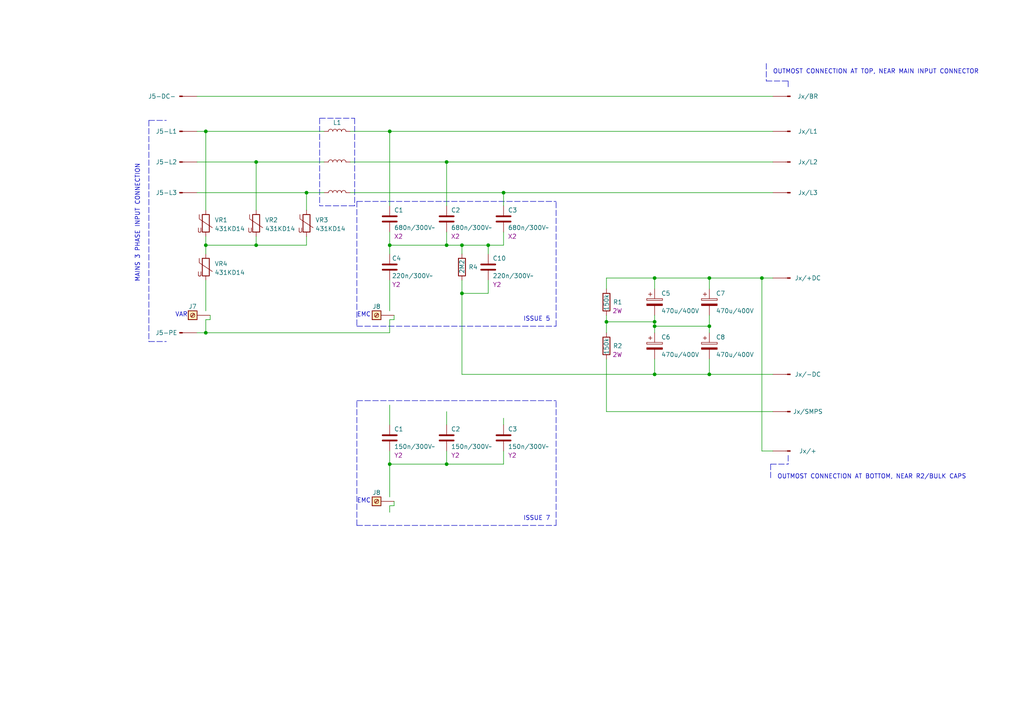
<source format=kicad_sch>
(kicad_sch (version 20211123) (generator eeschema)

  (uuid 279041df-5701-40f8-b43b-c55f9f224924)

  (paper "A4")

  (title_block
    (title "E2/P2 S2 3-ph FILTER")
    (date "2024-08-07")
    (rev "ISSUE 5 & 7")
    (company "Reverse engineered, copyright Invertek Drives.com")
    (comment 1 "Line input filter and DC bulk capacitors.")
  )

  (lib_symbols
    (symbol "Connector:Conn_01x01_Male" (pin_numbers hide) (pin_names (offset 1.016) hide) (in_bom yes) (on_board yes)
      (property "Reference" "J" (id 0) (at 0 2.54 0)
        (effects (font (size 1.27 1.27)))
      )
      (property "Value" "Conn_01x01_Male" (id 1) (at 0 -2.54 0)
        (effects (font (size 1.27 1.27)))
      )
      (property "Footprint" "" (id 2) (at 0 0 0)
        (effects (font (size 1.27 1.27)) hide)
      )
      (property "Datasheet" "~" (id 3) (at 0 0 0)
        (effects (font (size 1.27 1.27)) hide)
      )
      (property "ki_keywords" "connector" (id 4) (at 0 0 0)
        (effects (font (size 1.27 1.27)) hide)
      )
      (property "ki_description" "Generic connector, single row, 01x01, script generated (kicad-library-utils/schlib/autogen/connector/)" (id 5) (at 0 0 0)
        (effects (font (size 1.27 1.27)) hide)
      )
      (property "ki_fp_filters" "Connector*:*" (id 6) (at 0 0 0)
        (effects (font (size 1.27 1.27)) hide)
      )
      (symbol "Conn_01x01_Male_1_1"
        (polyline
          (pts
            (xy 1.27 0)
            (xy 0.8636 0)
          )
          (stroke (width 0.1524) (type default) (color 0 0 0 0))
          (fill (type none))
        )
        (rectangle (start 0.8636 0.127) (end 0 -0.127)
          (stroke (width 0.1524) (type default) (color 0 0 0 0))
          (fill (type outline))
        )
        (pin passive line (at 5.08 0 180) (length 3.81)
          (name "Pin_1" (effects (font (size 1.27 1.27))))
          (number "1" (effects (font (size 1.27 1.27))))
        )
      )
    )
    (symbol "Connector:Screw_Terminal_01x01" (pin_numbers hide) (pin_names (offset 1.016) hide) (in_bom yes) (on_board yes)
      (property "Reference" "J" (id 0) (at 0 2.54 0)
        (effects (font (size 1.27 1.27)))
      )
      (property "Value" "Screw_Terminal_01x01" (id 1) (at 0 -2.54 0)
        (effects (font (size 1.27 1.27)))
      )
      (property "Footprint" "" (id 2) (at 0 0 0)
        (effects (font (size 1.27 1.27)) hide)
      )
      (property "Datasheet" "~" (id 3) (at 0 0 0)
        (effects (font (size 1.27 1.27)) hide)
      )
      (property "ki_keywords" "screw terminal" (id 4) (at 0 0 0)
        (effects (font (size 1.27 1.27)) hide)
      )
      (property "ki_description" "Generic screw terminal, single row, 01x01, script generated (kicad-library-utils/schlib/autogen/connector/)" (id 5) (at 0 0 0)
        (effects (font (size 1.27 1.27)) hide)
      )
      (property "ki_fp_filters" "TerminalBlock*:*" (id 6) (at 0 0 0)
        (effects (font (size 1.27 1.27)) hide)
      )
      (symbol "Screw_Terminal_01x01_1_1"
        (rectangle (start -1.27 1.27) (end 1.27 -1.27)
          (stroke (width 0.254) (type default) (color 0 0 0 0))
          (fill (type background))
        )
        (polyline
          (pts
            (xy -0.5334 0.3302)
            (xy 0.3302 -0.508)
          )
          (stroke (width 0.1524) (type default) (color 0 0 0 0))
          (fill (type none))
        )
        (polyline
          (pts
            (xy -0.3556 0.508)
            (xy 0.508 -0.3302)
          )
          (stroke (width 0.1524) (type default) (color 0 0 0 0))
          (fill (type none))
        )
        (circle (center 0 0) (radius 0.635)
          (stroke (width 0.1524) (type default) (color 0 0 0 0))
          (fill (type none))
        )
        (pin passive line (at -5.08 0 0) (length 3.81)
          (name "Pin_1" (effects (font (size 1.27 1.27))))
          (number "1" (effects (font (size 1.27 1.27))))
        )
      )
    )
    (symbol "Device:C" (pin_numbers hide) (pin_names (offset 0.254)) (in_bom yes) (on_board yes)
      (property "Reference" "C" (id 0) (at 0.635 2.54 0)
        (effects (font (size 1.27 1.27)) (justify left))
      )
      (property "Value" "C" (id 1) (at 0.635 -2.54 0)
        (effects (font (size 1.27 1.27)) (justify left))
      )
      (property "Footprint" "" (id 2) (at 0.9652 -3.81 0)
        (effects (font (size 1.27 1.27)) hide)
      )
      (property "Datasheet" "~" (id 3) (at 0 0 0)
        (effects (font (size 1.27 1.27)) hide)
      )
      (property "ki_keywords" "cap capacitor" (id 4) (at 0 0 0)
        (effects (font (size 1.27 1.27)) hide)
      )
      (property "ki_description" "Unpolarized capacitor" (id 5) (at 0 0 0)
        (effects (font (size 1.27 1.27)) hide)
      )
      (property "ki_fp_filters" "C_*" (id 6) (at 0 0 0)
        (effects (font (size 1.27 1.27)) hide)
      )
      (symbol "C_0_1"
        (polyline
          (pts
            (xy -2.032 -0.762)
            (xy 2.032 -0.762)
          )
          (stroke (width 0.508) (type default) (color 0 0 0 0))
          (fill (type none))
        )
        (polyline
          (pts
            (xy -2.032 0.762)
            (xy 2.032 0.762)
          )
          (stroke (width 0.508) (type default) (color 0 0 0 0))
          (fill (type none))
        )
      )
      (symbol "C_1_1"
        (pin passive line (at 0 3.81 270) (length 2.794)
          (name "~" (effects (font (size 1.27 1.27))))
          (number "1" (effects (font (size 1.27 1.27))))
        )
        (pin passive line (at 0 -3.81 90) (length 2.794)
          (name "~" (effects (font (size 1.27 1.27))))
          (number "2" (effects (font (size 1.27 1.27))))
        )
      )
    )
    (symbol "Device:C_Polarized" (pin_numbers hide) (pin_names (offset 0.254)) (in_bom yes) (on_board yes)
      (property "Reference" "C" (id 0) (at 0.635 2.54 0)
        (effects (font (size 1.27 1.27)) (justify left))
      )
      (property "Value" "C_Polarized" (id 1) (at 0.635 -2.54 0)
        (effects (font (size 1.27 1.27)) (justify left))
      )
      (property "Footprint" "" (id 2) (at 0.9652 -3.81 0)
        (effects (font (size 1.27 1.27)) hide)
      )
      (property "Datasheet" "~" (id 3) (at 0 0 0)
        (effects (font (size 1.27 1.27)) hide)
      )
      (property "ki_keywords" "cap capacitor" (id 4) (at 0 0 0)
        (effects (font (size 1.27 1.27)) hide)
      )
      (property "ki_description" "Polarized capacitor" (id 5) (at 0 0 0)
        (effects (font (size 1.27 1.27)) hide)
      )
      (property "ki_fp_filters" "CP_*" (id 6) (at 0 0 0)
        (effects (font (size 1.27 1.27)) hide)
      )
      (symbol "C_Polarized_0_1"
        (rectangle (start -2.286 0.508) (end 2.286 1.016)
          (stroke (width 0) (type default) (color 0 0 0 0))
          (fill (type none))
        )
        (polyline
          (pts
            (xy -1.778 2.286)
            (xy -0.762 2.286)
          )
          (stroke (width 0) (type default) (color 0 0 0 0))
          (fill (type none))
        )
        (polyline
          (pts
            (xy -1.27 2.794)
            (xy -1.27 1.778)
          )
          (stroke (width 0) (type default) (color 0 0 0 0))
          (fill (type none))
        )
        (rectangle (start 2.286 -0.508) (end -2.286 -1.016)
          (stroke (width 0) (type default) (color 0 0 0 0))
          (fill (type outline))
        )
      )
      (symbol "C_Polarized_1_1"
        (pin passive line (at 0 3.81 270) (length 2.794)
          (name "~" (effects (font (size 1.27 1.27))))
          (number "1" (effects (font (size 1.27 1.27))))
        )
        (pin passive line (at 0 -3.81 90) (length 2.794)
          (name "~" (effects (font (size 1.27 1.27))))
          (number "2" (effects (font (size 1.27 1.27))))
        )
      )
    )
    (symbol "Device:L" (pin_numbers hide) (pin_names (offset 1.016) hide) (in_bom yes) (on_board yes)
      (property "Reference" "L" (id 0) (at -1.27 0 90)
        (effects (font (size 1.27 1.27)))
      )
      (property "Value" "L" (id 1) (at 1.905 0 90)
        (effects (font (size 1.27 1.27)))
      )
      (property "Footprint" "" (id 2) (at 0 0 0)
        (effects (font (size 1.27 1.27)) hide)
      )
      (property "Datasheet" "~" (id 3) (at 0 0 0)
        (effects (font (size 1.27 1.27)) hide)
      )
      (property "ki_keywords" "inductor choke coil reactor magnetic" (id 4) (at 0 0 0)
        (effects (font (size 1.27 1.27)) hide)
      )
      (property "ki_description" "Inductor" (id 5) (at 0 0 0)
        (effects (font (size 1.27 1.27)) hide)
      )
      (property "ki_fp_filters" "Choke_* *Coil* Inductor_* L_*" (id 6) (at 0 0 0)
        (effects (font (size 1.27 1.27)) hide)
      )
      (symbol "L_0_1"
        (arc (start 0 -2.54) (mid 0.635 -1.905) (end 0 -1.27)
          (stroke (width 0) (type default) (color 0 0 0 0))
          (fill (type none))
        )
        (arc (start 0 -1.27) (mid 0.635 -0.635) (end 0 0)
          (stroke (width 0) (type default) (color 0 0 0 0))
          (fill (type none))
        )
        (arc (start 0 0) (mid 0.635 0.635) (end 0 1.27)
          (stroke (width 0) (type default) (color 0 0 0 0))
          (fill (type none))
        )
        (arc (start 0 1.27) (mid 0.635 1.905) (end 0 2.54)
          (stroke (width 0) (type default) (color 0 0 0 0))
          (fill (type none))
        )
      )
      (symbol "L_1_1"
        (pin passive line (at 0 3.81 270) (length 1.27)
          (name "1" (effects (font (size 1.27 1.27))))
          (number "1" (effects (font (size 1.27 1.27))))
        )
        (pin passive line (at 0 -3.81 90) (length 1.27)
          (name "2" (effects (font (size 1.27 1.27))))
          (number "2" (effects (font (size 1.27 1.27))))
        )
      )
    )
    (symbol "Device:R" (pin_numbers hide) (pin_names (offset 0)) (in_bom yes) (on_board yes)
      (property "Reference" "R" (id 0) (at 2.032 0 90)
        (effects (font (size 1.27 1.27)))
      )
      (property "Value" "R" (id 1) (at 0 0 90)
        (effects (font (size 1.27 1.27)))
      )
      (property "Footprint" "" (id 2) (at -1.778 0 90)
        (effects (font (size 1.27 1.27)) hide)
      )
      (property "Datasheet" "~" (id 3) (at 0 0 0)
        (effects (font (size 1.27 1.27)) hide)
      )
      (property "ki_keywords" "R res resistor" (id 4) (at 0 0 0)
        (effects (font (size 1.27 1.27)) hide)
      )
      (property "ki_description" "Resistor" (id 5) (at 0 0 0)
        (effects (font (size 1.27 1.27)) hide)
      )
      (property "ki_fp_filters" "R_*" (id 6) (at 0 0 0)
        (effects (font (size 1.27 1.27)) hide)
      )
      (symbol "R_0_1"
        (rectangle (start -1.016 -2.54) (end 1.016 2.54)
          (stroke (width 0.254) (type default) (color 0 0 0 0))
          (fill (type none))
        )
      )
      (symbol "R_1_1"
        (pin passive line (at 0 3.81 270) (length 1.27)
          (name "~" (effects (font (size 1.27 1.27))))
          (number "1" (effects (font (size 1.27 1.27))))
        )
        (pin passive line (at 0 -3.81 90) (length 1.27)
          (name "~" (effects (font (size 1.27 1.27))))
          (number "2" (effects (font (size 1.27 1.27))))
        )
      )
    )
    (symbol "Device:Varistor" (pin_numbers hide) (pin_names (offset 0)) (in_bom yes) (on_board yes)
      (property "Reference" "RV" (id 0) (at 3.175 0 90)
        (effects (font (size 1.27 1.27)))
      )
      (property "Value" "Varistor" (id 1) (at -3.175 0 90)
        (effects (font (size 1.27 1.27)))
      )
      (property "Footprint" "" (id 2) (at -1.778 0 90)
        (effects (font (size 1.27 1.27)) hide)
      )
      (property "Datasheet" "~" (id 3) (at 0 0 0)
        (effects (font (size 1.27 1.27)) hide)
      )
      (property "ki_keywords" "VDR resistance" (id 4) (at 0 0 0)
        (effects (font (size 1.27 1.27)) hide)
      )
      (property "ki_description" "Voltage dependent resistor" (id 5) (at 0 0 0)
        (effects (font (size 1.27 1.27)) hide)
      )
      (property "ki_fp_filters" "RV_* Varistor*" (id 6) (at 0 0 0)
        (effects (font (size 1.27 1.27)) hide)
      )
      (symbol "Varistor_0_0"
        (text "U" (at -1.778 -2.032 0)
          (effects (font (size 1.27 1.27)))
        )
      )
      (symbol "Varistor_0_1"
        (rectangle (start -1.016 -2.54) (end 1.016 2.54)
          (stroke (width 0.254) (type default) (color 0 0 0 0))
          (fill (type none))
        )
        (polyline
          (pts
            (xy -1.905 2.54)
            (xy -1.905 1.27)
            (xy 1.905 -1.27)
          )
          (stroke (width 0) (type default) (color 0 0 0 0))
          (fill (type none))
        )
      )
      (symbol "Varistor_1_1"
        (pin passive line (at 0 3.81 270) (length 1.27)
          (name "~" (effects (font (size 1.27 1.27))))
          (number "1" (effects (font (size 1.27 1.27))))
        )
        (pin passive line (at 0 -3.81 90) (length 1.27)
          (name "~" (effects (font (size 1.27 1.27))))
          (number "2" (effects (font (size 1.27 1.27))))
        )
      )
    )
  )

  (junction (at 205.74 94.615) (diameter 0) (color 0 0 0 0)
    (uuid 10986ba8-068a-4fe2-887a-b3eeb9fc7f34)
  )
  (junction (at 189.865 80.645) (diameter 0) (color 0 0 0 0)
    (uuid 13602750-4c71-4b87-bc0f-80c99c0d75d2)
  )
  (junction (at 74.295 71.12) (diameter 0) (color 0 0 0 0)
    (uuid 1bb6fdd2-3670-4045-beea-de0dde1c6ca7)
  )
  (junction (at 129.54 134.62) (diameter 0) (color 0 0 0 0)
    (uuid 1cf2fca6-efbf-44a9-9d34-9d4b7404d243)
  )
  (junction (at 205.74 80.645) (diameter 0) (color 0 0 0 0)
    (uuid 1ed6d269-92eb-4ff9-b77b-48d3bf28fba0)
  )
  (junction (at 146.05 55.88) (diameter 0) (color 0 0 0 0)
    (uuid 3511ce3d-3e62-4177-9805-b0302f49a1b0)
  )
  (junction (at 189.865 108.585) (diameter 0) (color 0 0 0 0)
    (uuid 3b45910d-ad8d-4877-ae84-d0a50f24d2d8)
  )
  (junction (at 133.985 71.12) (diameter 0) (color 0 0 0 0)
    (uuid 4af46c19-3750-4973-abcf-83abfa0c1f1b)
  )
  (junction (at 59.69 96.52) (diameter 0) (color 0 0 0 0)
    (uuid 526adbdc-849c-4286-afdf-1bbf486d67e3)
  )
  (junction (at 129.54 46.99) (diameter 0) (color 0 0 0 0)
    (uuid 5db8307e-f5b9-48f2-8c77-b402a871b99f)
  )
  (junction (at 220.98 80.645) (diameter 0) (color 0 0 0 0)
    (uuid 5e8501e2-ae4e-4086-a84f-e78ac73e8d84)
  )
  (junction (at 74.295 46.99) (diameter 0) (color 0 0 0 0)
    (uuid 75006909-a8b1-46db-8c3b-03aeffcd62c0)
  )
  (junction (at 113.03 71.12) (diameter 0) (color 0 0 0 0)
    (uuid 7f94fd7f-4336-4aa0-b4d1-65e1d8a88f2f)
  )
  (junction (at 88.9 55.88) (diameter 0) (color 0 0 0 0)
    (uuid 8789cb84-f524-43e0-b138-19f0e5afc0c1)
  )
  (junction (at 205.74 108.585) (diameter 0) (color 0 0 0 0)
    (uuid 8ff1db15-8afe-4b31-bf82-56c6b1c78ab2)
  )
  (junction (at 141.605 71.12) (diameter 0) (color 0 0 0 0)
    (uuid 963d22dc-51b1-4f4a-a831-367c5637e0ad)
  )
  (junction (at 113.03 38.1) (diameter 0) (color 0 0 0 0)
    (uuid ad294c59-f1d5-4c8e-af24-c4ab90f41731)
  )
  (junction (at 189.865 93.345) (diameter 0) (color 0 0 0 0)
    (uuid bd3c5de1-f7ef-4c9d-8c0e-d8c3b38bd76d)
  )
  (junction (at 189.865 94.615) (diameter 0) (color 0 0 0 0)
    (uuid bfd2d2bd-2ca2-4da3-b7bd-5e442242c9a3)
  )
  (junction (at 129.54 71.12) (diameter 0) (color 0 0 0 0)
    (uuid d25c8ca4-197e-4fc1-9f0f-2cdf0b6eda7a)
  )
  (junction (at 59.69 38.1) (diameter 0) (color 0 0 0 0)
    (uuid d34652e7-2eed-4283-afcb-cf36d5081200)
  )
  (junction (at 113.03 134.62) (diameter 0) (color 0 0 0 0)
    (uuid dc949de3-af19-4d8a-afd8-3d744e0b5800)
  )
  (junction (at 133.985 85.09) (diameter 0) (color 0 0 0 0)
    (uuid e5d78f13-617a-48bb-8d27-30a229ad0481)
  )
  (junction (at 59.69 71.12) (diameter 0) (color 0 0 0 0)
    (uuid f423da51-4715-4c99-ad06-0230a143586f)
  )
  (junction (at 175.895 93.345) (diameter 0) (color 0 0 0 0)
    (uuid ff63dcfa-4734-4dfb-8ae6-62bda1937cbf)
  )

  (wire (pts (xy 189.865 91.44) (xy 189.865 93.345))
    (stroke (width 0) (type default) (color 0 0 0 0))
    (uuid 0048aa37-9c74-4e0b-877c-290a87b57ddf)
  )
  (polyline (pts (xy 43.18 99.06) (xy 48.26 99.06))
    (stroke (width 0) (type default) (color 0 0 0 0))
    (uuid 02ac687f-6ece-4ec3-8705-3188fa90cfb0)
  )
  (polyline (pts (xy 103.505 58.42) (xy 161.29 58.42))
    (stroke (width 0) (type default) (color 0 0 0 0))
    (uuid 035387b5-5728-4177-a442-6ba998e9bb81)
  )

  (wire (pts (xy 113.03 38.1) (xy 224.155 38.1))
    (stroke (width 0) (type default) (color 0 0 0 0))
    (uuid 063b7489-4098-4987-af8a-fe46ae7d5e1f)
  )
  (wire (pts (xy 113.03 92.71) (xy 113.03 96.52))
    (stroke (width 0) (type default) (color 0 0 0 0))
    (uuid 0680cef8-496e-48da-a8be-acda2a0fc9eb)
  )
  (wire (pts (xy 88.9 55.88) (xy 93.98 55.88))
    (stroke (width 0) (type default) (color 0 0 0 0))
    (uuid 07c301ac-fad7-4cfc-b364-9b4d72f01728)
  )
  (polyline (pts (xy 161.29 152.4) (xy 161.29 116.205))
    (stroke (width 0) (type default) (color 0 0 0 0))
    (uuid 088e9d79-a6e6-4152-8e3d-af3fa69aace3)
  )

  (wire (pts (xy 113.03 117.475) (xy 113.03 123.19))
    (stroke (width 0) (type default) (color 0 0 0 0))
    (uuid 08e7e9f2-3daf-4ae0-b2bc-06d6cdf51ae4)
  )
  (wire (pts (xy 113.03 146.685) (xy 113.03 148.59))
    (stroke (width 0) (type default) (color 0 0 0 0))
    (uuid 0902e1b0-b01f-4780-91d1-8fcc8375fa41)
  )
  (wire (pts (xy 141.605 81.28) (xy 141.605 85.09))
    (stroke (width 0) (type default) (color 0 0 0 0))
    (uuid 096015da-4586-4972-be12-dfbd319db3fe)
  )
  (wire (pts (xy 57.15 38.1) (xy 59.69 38.1))
    (stroke (width 0) (type default) (color 0 0 0 0))
    (uuid 097aed7f-15cd-4bc6-a697-f0499ea9ca60)
  )
  (polyline (pts (xy 161.29 94.615) (xy 161.29 58.42))
    (stroke (width 0) (type default) (color 0 0 0 0))
    (uuid 09f4bc45-d6dd-4ab3-9ac3-f361876bff58)
  )

  (wire (pts (xy 88.9 71.12) (xy 88.9 68.58))
    (stroke (width 0) (type default) (color 0 0 0 0))
    (uuid 0bcdd0d0-0dfc-45c6-954d-9c24a91c4990)
  )
  (wire (pts (xy 205.74 104.14) (xy 205.74 108.585))
    (stroke (width 0) (type default) (color 0 0 0 0))
    (uuid 0ce16757-d836-4d56-9884-13c9b5594f9c)
  )
  (polyline (pts (xy 103.505 152.4) (xy 103.505 116.205))
    (stroke (width 0) (type default) (color 0 0 0 0))
    (uuid 173d05a3-a086-4602-9d39-2d02c3fa2136)
  )
  (polyline (pts (xy 223.52 134.62) (xy 228.6 134.62))
    (stroke (width 0) (type default) (color 0 0 0 0))
    (uuid 18238b8e-9790-4f3f-96cf-ea1452ba4299)
  )
  (polyline (pts (xy 103.505 58.42) (xy 103.505 94.615))
    (stroke (width 0) (type default) (color 0 0 0 0))
    (uuid 1845acc5-40f1-4d2e-91fb-02a2a738b915)
  )

  (wire (pts (xy 74.295 46.99) (xy 93.98 46.99))
    (stroke (width 0) (type default) (color 0 0 0 0))
    (uuid 1a008e7e-428d-4ec9-bd97-47c5036c95f6)
  )
  (wire (pts (xy 189.865 93.345) (xy 189.865 94.615))
    (stroke (width 0) (type default) (color 0 0 0 0))
    (uuid 1bb97ab1-6806-40c2-be49-170ac899fc59)
  )
  (wire (pts (xy 114.3 146.685) (xy 114.3 145.415))
    (stroke (width 0) (type default) (color 0 0 0 0))
    (uuid 1e2ed28a-9b36-47fd-b14e-a6efacff6577)
  )
  (wire (pts (xy 224.155 130.81) (xy 220.98 130.81))
    (stroke (width 0) (type default) (color 0 0 0 0))
    (uuid 1f2178de-7b2d-433c-b7e9-08b355bcdd32)
  )
  (wire (pts (xy 146.05 55.88) (xy 224.155 55.88))
    (stroke (width 0) (type default) (color 0 0 0 0))
    (uuid 1f340f32-2b87-4454-8c0d-06dbb25d7150)
  )
  (wire (pts (xy 205.74 94.615) (xy 189.865 94.615))
    (stroke (width 0) (type default) (color 0 0 0 0))
    (uuid 3103f801-d8b7-419a-9a28-c52277a103c5)
  )
  (polyline (pts (xy 223.52 134.62) (xy 223.52 139.065))
    (stroke (width 0) (type default) (color 0 0 0 0))
    (uuid 3e4e1a56-65a9-401d-a4ba-1bf0dd6bd5f1)
  )

  (wire (pts (xy 57.15 96.52) (xy 59.69 96.52))
    (stroke (width 0) (type default) (color 0 0 0 0))
    (uuid 3f9b00ce-4fe3-4f2c-838b-64af7bb5be38)
  )
  (polyline (pts (xy 228.6 132.08) (xy 228.6 134.62))
    (stroke (width 0) (type default) (color 0 0 0 0))
    (uuid 435dd40c-4dee-4cbb-a482-cb6fff6359d8)
  )

  (wire (pts (xy 129.54 134.62) (xy 146.05 134.62))
    (stroke (width 0) (type default) (color 0 0 0 0))
    (uuid 44a77118-b04a-47d2-865f-8ba5aa19cac1)
  )
  (wire (pts (xy 189.865 108.585) (xy 205.74 108.585))
    (stroke (width 0) (type default) (color 0 0 0 0))
    (uuid 4a746dfd-a188-485d-a204-7cf60c69d555)
  )
  (wire (pts (xy 101.6 46.99) (xy 129.54 46.99))
    (stroke (width 0) (type default) (color 0 0 0 0))
    (uuid 4a946758-200e-483e-b224-5f86ef9aa110)
  )
  (wire (pts (xy 220.98 80.645) (xy 205.74 80.645))
    (stroke (width 0) (type default) (color 0 0 0 0))
    (uuid 4dd2ddc8-2d2a-416e-ad67-08729d82ce88)
  )
  (wire (pts (xy 175.895 80.645) (xy 175.895 83.82))
    (stroke (width 0) (type default) (color 0 0 0 0))
    (uuid 50e7344c-f700-4ee3-8dc5-41db4d8a869d)
  )
  (wire (pts (xy 205.74 80.645) (xy 189.865 80.645))
    (stroke (width 0) (type default) (color 0 0 0 0))
    (uuid 56434099-676b-4905-b88a-278a726cad1c)
  )
  (wire (pts (xy 141.605 71.12) (xy 146.05 71.12))
    (stroke (width 0) (type default) (color 0 0 0 0))
    (uuid 57724c24-5137-4609-987e-a5503be684dd)
  )
  (wire (pts (xy 129.54 119.38) (xy 129.54 123.19))
    (stroke (width 0) (type default) (color 0 0 0 0))
    (uuid 589305fb-0ac1-4a34-9fd6-3164e1df10af)
  )
  (wire (pts (xy 74.295 60.96) (xy 74.295 46.99))
    (stroke (width 0) (type default) (color 0 0 0 0))
    (uuid 5afd4c6b-ea6b-45db-921a-999fbf8a2455)
  )
  (wire (pts (xy 59.69 71.12) (xy 59.69 73.66))
    (stroke (width 0) (type default) (color 0 0 0 0))
    (uuid 5c157e9c-78ed-4c32-b466-2f1cc8fe4f77)
  )
  (wire (pts (xy 189.865 108.585) (xy 133.985 108.585))
    (stroke (width 0) (type default) (color 0 0 0 0))
    (uuid 5c4abc95-26bd-4f34-98f2-707b88639810)
  )
  (wire (pts (xy 175.895 119.38) (xy 224.155 119.38))
    (stroke (width 0) (type default) (color 0 0 0 0))
    (uuid 5f317de0-787d-4886-900c-edccfddaaaf8)
  )
  (wire (pts (xy 175.895 104.14) (xy 175.895 119.38))
    (stroke (width 0) (type default) (color 0 0 0 0))
    (uuid 63fcb773-8d36-474e-b393-75c583581c35)
  )
  (wire (pts (xy 88.9 55.88) (xy 88.9 60.96))
    (stroke (width 0) (type default) (color 0 0 0 0))
    (uuid 647f282e-74f2-4db6-b913-72dd9558be3b)
  )
  (wire (pts (xy 129.54 46.99) (xy 224.155 46.99))
    (stroke (width 0) (type default) (color 0 0 0 0))
    (uuid 6a4a2aef-6924-4172-b895-8d42c3031816)
  )
  (wire (pts (xy 113.03 130.81) (xy 113.03 134.62))
    (stroke (width 0) (type default) (color 0 0 0 0))
    (uuid 6b110b81-b977-4b67-aca9-b127d376274c)
  )
  (polyline (pts (xy 222.25 18.415) (xy 222.25 23.495))
    (stroke (width 0) (type default) (color 0 0 0 0))
    (uuid 6df7e137-76c7-4420-bba9-c8d385621950)
  )

  (wire (pts (xy 175.895 91.44) (xy 175.895 93.345))
    (stroke (width 0) (type default) (color 0 0 0 0))
    (uuid 6ee59427-16c4-48b8-a6fa-0f1a2b608b4d)
  )
  (wire (pts (xy 189.865 94.615) (xy 189.865 96.52))
    (stroke (width 0) (type default) (color 0 0 0 0))
    (uuid 74390724-e928-4329-8982-f8e803456e07)
  )
  (wire (pts (xy 113.03 134.62) (xy 129.54 134.62))
    (stroke (width 0) (type default) (color 0 0 0 0))
    (uuid 779cb601-cf45-4461-ba84-2bbe45484104)
  )
  (wire (pts (xy 133.985 81.28) (xy 133.985 85.09))
    (stroke (width 0) (type default) (color 0 0 0 0))
    (uuid 7ab94566-8ed9-438a-8b02-f46e9f44b3a7)
  )
  (wire (pts (xy 101.6 38.1) (xy 113.03 38.1))
    (stroke (width 0) (type default) (color 0 0 0 0))
    (uuid 7cb81b97-cc99-4b90-a82a-bdad7ff75222)
  )
  (wire (pts (xy 189.865 80.645) (xy 189.865 83.82))
    (stroke (width 0) (type default) (color 0 0 0 0))
    (uuid 7e5c89f4-a8fb-4c5f-973a-b44df92521d6)
  )
  (wire (pts (xy 113.03 67.31) (xy 113.03 71.12))
    (stroke (width 0) (type default) (color 0 0 0 0))
    (uuid 7eddc0f9-abf6-4fa7-8fb2-4a2edd5d1ed6)
  )
  (wire (pts (xy 59.69 38.1) (xy 59.69 60.96))
    (stroke (width 0) (type default) (color 0 0 0 0))
    (uuid 810c2775-6e01-45c1-94e5-23378b87ff87)
  )
  (wire (pts (xy 205.74 94.615) (xy 205.74 96.52))
    (stroke (width 0) (type default) (color 0 0 0 0))
    (uuid 81dc432c-5f88-4a5c-af9b-dfa3344ac53e)
  )
  (polyline (pts (xy 102.87 59.69) (xy 92.71 59.69))
    (stroke (width 0) (type default) (color 0 0 0 0))
    (uuid 81eb47e5-500f-4277-8b6b-1ad458441ffe)
  )
  (polyline (pts (xy 103.505 94.615) (xy 161.29 94.615))
    (stroke (width 0) (type default) (color 0 0 0 0))
    (uuid 830229cb-f08e-41be-b993-af25d23db86e)
  )

  (wire (pts (xy 175.895 93.345) (xy 189.865 93.345))
    (stroke (width 0) (type default) (color 0 0 0 0))
    (uuid 83c84479-a5b7-43c1-b59c-86713afe554c)
  )
  (wire (pts (xy 175.895 93.345) (xy 175.895 96.52))
    (stroke (width 0) (type default) (color 0 0 0 0))
    (uuid 8c35c13e-49a7-4b79-bf18-73db95b332b7)
  )
  (polyline (pts (xy 92.71 34.29) (xy 92.71 59.69))
    (stroke (width 0) (type default) (color 0 0 0 0))
    (uuid 8cbcfef8-80cd-45dd-9426-2f53f3d54706)
  )

  (wire (pts (xy 129.54 46.99) (xy 129.54 59.69))
    (stroke (width 0) (type default) (color 0 0 0 0))
    (uuid 8de89cfe-79c0-4edf-a549-1043834ecc29)
  )
  (polyline (pts (xy 228.6 23.495) (xy 228.6 25.4))
    (stroke (width 0) (type default) (color 0 0 0 0))
    (uuid 8e3f4a15-0b1e-417b-999a-da04b70aed36)
  )

  (wire (pts (xy 59.69 38.1) (xy 93.98 38.1))
    (stroke (width 0) (type default) (color 0 0 0 0))
    (uuid 9796ca6c-3a27-4581-b3ef-a9ae9c4e6067)
  )
  (wire (pts (xy 189.865 80.645) (xy 175.895 80.645))
    (stroke (width 0) (type default) (color 0 0 0 0))
    (uuid 9bcba9e6-03b5-425b-98a7-5c64fb870fe8)
  )
  (wire (pts (xy 129.54 71.12) (xy 133.985 71.12))
    (stroke (width 0) (type default) (color 0 0 0 0))
    (uuid 9d446e1a-0243-4b6f-9b39-f60bc0172f8a)
  )
  (wire (pts (xy 74.295 46.99) (xy 57.15 46.99))
    (stroke (width 0) (type default) (color 0 0 0 0))
    (uuid 9ea7ac0c-99a6-4994-8f47-cf32fb67befd)
  )
  (wire (pts (xy 189.865 104.14) (xy 189.865 108.585))
    (stroke (width 0) (type default) (color 0 0 0 0))
    (uuid a34e5e13-cdef-47c8-876c-79e0a520115c)
  )
  (wire (pts (xy 101.6 55.88) (xy 146.05 55.88))
    (stroke (width 0) (type default) (color 0 0 0 0))
    (uuid a6021812-9e1f-44b0-b46d-462cc7c2435b)
  )
  (wire (pts (xy 74.295 71.12) (xy 88.9 71.12))
    (stroke (width 0) (type default) (color 0 0 0 0))
    (uuid a66fa0c2-6112-4523-a6bc-41c5425101fb)
  )
  (wire (pts (xy 59.69 68.58) (xy 59.69 71.12))
    (stroke (width 0) (type default) (color 0 0 0 0))
    (uuid a68989b4-e61d-46e7-8dde-90ecb54a6c4c)
  )
  (wire (pts (xy 146.05 67.31) (xy 146.05 71.12))
    (stroke (width 0) (type default) (color 0 0 0 0))
    (uuid a87528a8-e111-4161-9d3a-08ba61b01c52)
  )
  (wire (pts (xy 113.03 81.28) (xy 113.03 90.17))
    (stroke (width 0) (type default) (color 0 0 0 0))
    (uuid abfee153-6564-4769-a472-2e05ec52f143)
  )
  (wire (pts (xy 113.03 71.12) (xy 129.54 71.12))
    (stroke (width 0) (type default) (color 0 0 0 0))
    (uuid ad80649a-6a8d-46d4-af5d-76e496cae970)
  )
  (wire (pts (xy 113.03 92.71) (xy 114.3 92.71))
    (stroke (width 0) (type default) (color 0 0 0 0))
    (uuid adcdb0c1-5c39-4ff5-ba75-3d81f5ae25fe)
  )
  (polyline (pts (xy 222.25 23.495) (xy 228.6 23.495))
    (stroke (width 0) (type default) (color 0 0 0 0))
    (uuid ae02e696-d4b0-47de-84ec-4eabb313aed9)
  )

  (wire (pts (xy 59.69 81.28) (xy 59.69 90.17))
    (stroke (width 0) (type default) (color 0 0 0 0))
    (uuid ae952e66-81e8-4d23-8e46-fc2859e855b7)
  )
  (wire (pts (xy 205.74 108.585) (xy 224.155 108.585))
    (stroke (width 0) (type default) (color 0 0 0 0))
    (uuid afbb263e-9c5b-4ced-a804-923098d58207)
  )
  (wire (pts (xy 205.74 80.645) (xy 205.74 83.82))
    (stroke (width 0) (type default) (color 0 0 0 0))
    (uuid b1099ab8-57eb-44db-b5d8-baa9981cdfff)
  )
  (wire (pts (xy 113.03 38.1) (xy 113.03 59.69))
    (stroke (width 0) (type default) (color 0 0 0 0))
    (uuid b265828c-3b41-4e60-b2be-277d3afbce6d)
  )
  (wire (pts (xy 57.15 55.88) (xy 88.9 55.88))
    (stroke (width 0) (type default) (color 0 0 0 0))
    (uuid b777e19d-b3e3-4884-b675-9513de8d179c)
  )
  (wire (pts (xy 113.03 134.62) (xy 113.03 144.145))
    (stroke (width 0) (type default) (color 0 0 0 0))
    (uuid b8e92514-de88-415e-8970-68ea404d2f52)
  )
  (wire (pts (xy 60.96 91.44) (xy 60.96 92.71))
    (stroke (width 0) (type default) (color 0 0 0 0))
    (uuid be0d0eed-4df7-495a-9644-3e707778dab2)
  )
  (wire (pts (xy 146.05 55.88) (xy 146.05 59.69))
    (stroke (width 0) (type default) (color 0 0 0 0))
    (uuid bf13e62b-56a0-4f9a-8429-77497ee8ecb4)
  )
  (wire (pts (xy 113.03 71.12) (xy 113.03 73.66))
    (stroke (width 0) (type default) (color 0 0 0 0))
    (uuid bfc0caa1-86a5-44ce-8396-e2eba2dfed7f)
  )
  (wire (pts (xy 113.03 146.685) (xy 114.3 146.685))
    (stroke (width 0) (type default) (color 0 0 0 0))
    (uuid c05c3d44-be33-45b1-b9ae-fd11acec08cb)
  )
  (wire (pts (xy 220.98 130.81) (xy 220.98 80.645))
    (stroke (width 0) (type default) (color 0 0 0 0))
    (uuid c38d021d-c4dd-46c9-81e3-166f0fe2c765)
  )
  (wire (pts (xy 224.155 80.645) (xy 220.98 80.645))
    (stroke (width 0) (type default) (color 0 0 0 0))
    (uuid d1255579-d8d5-4974-9f65-b0d6e4bf8f37)
  )
  (wire (pts (xy 129.54 67.31) (xy 129.54 71.12))
    (stroke (width 0) (type default) (color 0 0 0 0))
    (uuid d1bff4dd-89e6-4812-88ef-7c223f492022)
  )
  (wire (pts (xy 59.69 71.12) (xy 74.295 71.12))
    (stroke (width 0) (type default) (color 0 0 0 0))
    (uuid d3eaa5e7-5e94-4d4b-9ee6-69ede5ecc1f3)
  )
  (wire (pts (xy 133.985 85.09) (xy 133.985 108.585))
    (stroke (width 0) (type default) (color 0 0 0 0))
    (uuid d7f5ed70-e933-478e-bfdc-450d0e05c7a0)
  )
  (polyline (pts (xy 43.18 34.925) (xy 43.18 99.06))
    (stroke (width 0) (type default) (color 0 0 0 0))
    (uuid dcf9aa45-4a8b-4aa7-aa11-26fb27f4c4d0)
  )

  (wire (pts (xy 59.69 92.71) (xy 59.69 96.52))
    (stroke (width 0) (type default) (color 0 0 0 0))
    (uuid dd3dd9cb-4ef9-4bb0-831a-cc4572714f07)
  )
  (wire (pts (xy 59.69 96.52) (xy 113.03 96.52))
    (stroke (width 0) (type default) (color 0 0 0 0))
    (uuid e06ba991-fefd-4990-b63d-26bb4d233736)
  )
  (wire (pts (xy 146.05 130.81) (xy 146.05 134.62))
    (stroke (width 0) (type default) (color 0 0 0 0))
    (uuid e0bd42fd-c8e2-47ed-b2e4-c66e02e55e67)
  )
  (wire (pts (xy 146.05 121.285) (xy 146.05 123.19))
    (stroke (width 0) (type default) (color 0 0 0 0))
    (uuid e595cca4-199e-49c5-b6a4-505b28530a08)
  )
  (wire (pts (xy 205.74 91.44) (xy 205.74 94.615))
    (stroke (width 0) (type default) (color 0 0 0 0))
    (uuid e8031db7-e536-4031-83fb-53194349747b)
  )
  (polyline (pts (xy 102.87 34.29) (xy 102.87 59.69))
    (stroke (width 0) (type default) (color 0 0 0 0))
    (uuid eaf5629c-c2fb-4e0f-89d4-8c374ab49882)
  )
  (polyline (pts (xy 92.71 34.29) (xy 102.87 34.29))
    (stroke (width 0) (type default) (color 0 0 0 0))
    (uuid ed200978-f9c5-477e-b67f-9c54fbddc4af)
  )

  (wire (pts (xy 141.605 71.12) (xy 141.605 73.66))
    (stroke (width 0) (type default) (color 0 0 0 0))
    (uuid ede90abc-4f4e-41d4-b405-c51c99855ca0)
  )
  (polyline (pts (xy 103.505 152.4) (xy 161.29 152.4))
    (stroke (width 0) (type default) (color 0 0 0 0))
    (uuid ef0ee885-58f7-42ef-be1d-bb3fa1d7a467)
  )

  (wire (pts (xy 114.3 92.71) (xy 114.3 91.44))
    (stroke (width 0) (type default) (color 0 0 0 0))
    (uuid ef903e1e-2a8f-45b6-b2d0-171a45115561)
  )
  (wire (pts (xy 129.54 130.81) (xy 129.54 134.62))
    (stroke (width 0) (type default) (color 0 0 0 0))
    (uuid efc00ef9-f5a9-4bfd-b958-2dd5a1f4fbe5)
  )
  (wire (pts (xy 59.69 92.71) (xy 60.96 92.71))
    (stroke (width 0) (type default) (color 0 0 0 0))
    (uuid f2c45a51-8398-4690-a624-f1cdbfc112dd)
  )
  (wire (pts (xy 133.985 71.12) (xy 133.985 73.66))
    (stroke (width 0) (type default) (color 0 0 0 0))
    (uuid f4dfa997-96df-45d0-a4e9-d3d848b8897d)
  )
  (polyline (pts (xy 43.18 34.925) (xy 48.26 34.925))
    (stroke (width 0) (type default) (color 0 0 0 0))
    (uuid f5df029d-80f3-4c53-84af-5ec42330289a)
  )

  (wire (pts (xy 57.15 27.94) (xy 224.155 27.94))
    (stroke (width 0) (type default) (color 0 0 0 0))
    (uuid f6aefc4a-39fc-4d92-917d-960378896e07)
  )
  (polyline (pts (xy 103.505 116.205) (xy 161.29 116.205))
    (stroke (width 0) (type default) (color 0 0 0 0))
    (uuid f720210e-4782-4280-b30e-5140c97c1ae6)
  )

  (wire (pts (xy 133.985 71.12) (xy 141.605 71.12))
    (stroke (width 0) (type default) (color 0 0 0 0))
    (uuid f89509e8-197b-4c8d-938f-5a45fcddebc9)
  )
  (wire (pts (xy 133.985 85.09) (xy 141.605 85.09))
    (stroke (width 0) (type default) (color 0 0 0 0))
    (uuid fb0f5bbc-8b41-4e82-bac9-541e905bb4b7)
  )
  (wire (pts (xy 74.295 68.58) (xy 74.295 71.12))
    (stroke (width 0) (type default) (color 0 0 0 0))
    (uuid fb4f25ba-61b1-46a7-b078-eee22dfc008a)
  )

  (text "VAR" (at 50.8 92.075 0)
    (effects (font (size 1.27 1.27)) (justify left bottom))
    (uuid 1a6d8280-6e44-4c91-8855-2e71080d080e)
  )
  (text "EMC" (at 103.505 92.075 0)
    (effects (font (size 1.27 1.27)) (justify left bottom))
    (uuid 378067b9-bd6d-4259-b30a-f93faea2251f)
  )
  (text "EMC" (at 103.505 146.05 0)
    (effects (font (size 1.27 1.27)) (justify left bottom))
    (uuid 90c0e062-a5ce-4129-bd43-e7aeb416d273)
  )
  (text "ISSUE 7" (at 151.765 151.13 0)
    (effects (font (size 1.27 1.27)) (justify left bottom))
    (uuid a185ce83-6c66-4680-ab80-7b60c69692f4)
  )
  (text "OUTMOST CONNECTION AT BOTTOM, NEAR R2/BULK CAPS" (at 225.425 139.065 0)
    (effects (font (size 1.27 1.27)) (justify left bottom))
    (uuid b0850360-1f24-433b-bb91-4d470440703c)
  )
  (text "OUTMOST CONNECTION AT TOP, NEAR MAIN INPUT CONNECTOR"
    (at 224.155 21.59 0)
    (effects (font (size 1.27 1.27)) (justify left bottom))
    (uuid b42a8be2-5c37-4953-a565-5e241b4102be)
  )
  (text "MAINS 3 PHASE INPUT CONNECTION" (at 40.64 81.915 90)
    (effects (font (size 1.27 1.27)) (justify left bottom))
    (uuid bf99547e-0d19-4911-9684-587bbf439ecd)
  )
  (text "ISSUE 5" (at 151.765 93.345 0)
    (effects (font (size 1.27 1.27)) (justify left bottom))
    (uuid c771f420-6e05-4962-a252-504375384b26)
  )

  (symbol (lib_id "Device:L") (at 97.79 55.88 90) (unit 1)
    (in_bom yes) (on_board yes) (fields_autoplaced)
    (uuid 00a638d1-bfc5-4dcd-89df-2ce5adeca0c0)
    (property "Reference" "L?" (id 0) (at 97.79 49.53 90)
      (effects (font (size 1.27 1.27)) hide)
    )
    (property "Value" "L" (id 1) (at 97.79 52.07 90)
      (effects (font (size 1.27 1.27)) hide)
    )
    (property "Footprint" "" (id 2) (at 97.79 55.88 0)
      (effects (font (size 1.27 1.27)) hide)
    )
    (property "Datasheet" "~" (id 3) (at 97.79 55.88 0)
      (effects (font (size 1.27 1.27)) hide)
    )
    (pin "1" (uuid 783d9714-35d9-45b8-9faf-4f11669a87a5))
    (pin "2" (uuid f633f378-f7ab-47ca-850c-6fc04348b1d1))
  )

  (symbol (lib_id "Device:C_Polarized") (at 189.865 87.63 0) (unit 1)
    (in_bom yes) (on_board yes)
    (uuid 0c34d5e5-a87a-47ef-a70f-62f59d1ea358)
    (property "Reference" "C5" (id 0) (at 191.77 85.09 0)
      (effects (font (size 1.27 1.27)) (justify left))
    )
    (property "Value" "470u/400V" (id 1) (at 191.77 90.17 0)
      (effects (font (size 1.27 1.27)) (justify left))
    )
    (property "Footprint" "" (id 2) (at 190.8302 91.44 0)
      (effects (font (size 1.27 1.27)) hide)
    )
    (property "Datasheet" "~" (id 3) (at 189.865 87.63 0)
      (effects (font (size 1.27 1.27)) hide)
    )
    (pin "1" (uuid e55a93f3-87f6-4e4c-aa9e-739bdfa096b2))
    (pin "2" (uuid 61754712-c4b7-464c-a839-60b92a8c0468))
  )

  (symbol (lib_id "Device:C") (at 141.605 77.47 0) (unit 1)
    (in_bom yes) (on_board yes)
    (uuid 0c6c0998-d9b5-4346-af24-f25ec36eb7d2)
    (property "Reference" "C10" (id 0) (at 142.875 74.93 0)
      (effects (font (size 1.27 1.27)) (justify left))
    )
    (property "Value" "220n/300V~" (id 1) (at 142.875 80.01 0)
      (effects (font (size 1.27 1.27)) (justify left))
    )
    (property "Footprint" "" (id 2) (at 142.5702 81.28 0)
      (effects (font (size 1.27 1.27)) hide)
    )
    (property "Datasheet" "~" (id 3) (at 141.605 77.47 0)
      (effects (font (size 1.27 1.27)) hide)
    )
    (property "Type" "Y2" (id 4) (at 144.145 82.55 0))
    (pin "1" (uuid f68fb03f-8bb2-4a2d-8986-cd72e2f11d8b))
    (pin "2" (uuid 98094691-8288-42a5-bd55-a23499a3f287))
  )

  (symbol (lib_id "Connector:Conn_01x01_Male") (at 229.235 27.94 0) (mirror y) (unit 1)
    (in_bom yes) (on_board yes)
    (uuid 16e74686-51b9-4b5e-96b2-3bd287b6a996)
    (property "Reference" "Jx/BR" (id 0) (at 234.315 27.94 0))
    (property "Value" "Conn_01x01_Male" (id 1) (at 228.6 25.4 0)
      (effects (font (size 1.27 1.27)) hide)
    )
    (property "Footprint" "" (id 2) (at 229.235 27.94 0)
      (effects (font (size 1.27 1.27)) hide)
    )
    (property "Datasheet" "~" (id 3) (at 229.235 27.94 0)
      (effects (font (size 1.27 1.27)) hide)
    )
    (pin "1" (uuid 6abbcc24-2a12-41b7-89d7-ec1ae9388ea3))
  )

  (symbol (lib_id "Connector:Conn_01x01_Male") (at 52.07 55.88 0) (unit 1)
    (in_bom yes) (on_board yes)
    (uuid 174ee18b-d116-4fd5-8f4b-cacc76648b3a)
    (property "Reference" "J5-L3" (id 0) (at 48.26 55.88 0))
    (property "Value" "Conn_01x01_Male" (id 1) (at 52.705 53.34 0)
      (effects (font (size 1.27 1.27)) hide)
    )
    (property "Footprint" "" (id 2) (at 52.07 55.88 0)
      (effects (font (size 1.27 1.27)) hide)
    )
    (property "Datasheet" "~" (id 3) (at 52.07 55.88 0)
      (effects (font (size 1.27 1.27)) hide)
    )
    (pin "1" (uuid b232f8e6-5ef7-4b5f-ad90-fddea55b24e0))
  )

  (symbol (lib_id "Device:L") (at 97.79 38.1 90) (unit 1)
    (in_bom yes) (on_board yes)
    (uuid 19e6ede4-78c2-4c3b-8fa1-f05f91eeea7d)
    (property "Reference" "L1" (id 0) (at 97.79 35.56 90))
    (property "Value" "L" (id 1) (at 97.79 34.29 90)
      (effects (font (size 1.27 1.27)) hide)
    )
    (property "Footprint" "" (id 2) (at 97.79 38.1 0)
      (effects (font (size 1.27 1.27)) hide)
    )
    (property "Datasheet" "~" (id 3) (at 97.79 38.1 0)
      (effects (font (size 1.27 1.27)) hide)
    )
    (pin "1" (uuid 2cf720f4-696c-4b70-a447-57641a9db923))
    (pin "2" (uuid bc6f558f-3669-49d2-ba21-a83dff477ea5))
  )

  (symbol (lib_id "Connector:Conn_01x01_Male") (at 52.07 46.99 0) (unit 1)
    (in_bom yes) (on_board yes)
    (uuid 1a7e035e-e537-47b0-a6f4-52d66195f34e)
    (property "Reference" "J5-L2" (id 0) (at 48.26 46.99 0))
    (property "Value" "Conn_01x01_Male" (id 1) (at 52.705 44.45 0)
      (effects (font (size 1.27 1.27)) hide)
    )
    (property "Footprint" "" (id 2) (at 52.07 46.99 0)
      (effects (font (size 1.27 1.27)) hide)
    )
    (property "Datasheet" "~" (id 3) (at 52.07 46.99 0)
      (effects (font (size 1.27 1.27)) hide)
    )
    (pin "1" (uuid 667e58fd-638b-48d8-8590-5f335cf78584))
  )

  (symbol (lib_id "Device:C_Polarized") (at 205.74 100.33 0) (unit 1)
    (in_bom yes) (on_board yes)
    (uuid 2c10148e-617f-4911-8b74-eb97a0d0fb84)
    (property "Reference" "C8" (id 0) (at 207.645 97.79 0)
      (effects (font (size 1.27 1.27)) (justify left))
    )
    (property "Value" "470u/400V" (id 1) (at 207.645 102.87 0)
      (effects (font (size 1.27 1.27)) (justify left))
    )
    (property "Footprint" "" (id 2) (at 206.7052 104.14 0)
      (effects (font (size 1.27 1.27)) hide)
    )
    (property "Datasheet" "~" (id 3) (at 205.74 100.33 0)
      (effects (font (size 1.27 1.27)) hide)
    )
    (pin "1" (uuid a49830d2-b928-4de0-ae7d-7b509099b4de))
    (pin "2" (uuid 670dd8ed-ff0c-4090-91e8-99f9984970a9))
  )

  (symbol (lib_id "Connector:Conn_01x01_Male") (at 229.235 108.585 0) (mirror y) (unit 1)
    (in_bom yes) (on_board yes)
    (uuid 30d0d065-49b0-40e6-8862-794c5e66706b)
    (property "Reference" "Jx/-DC" (id 0) (at 234.315 108.585 0))
    (property "Value" "Conn_01x01_Male" (id 1) (at 228.6 106.045 0)
      (effects (font (size 1.27 1.27)) hide)
    )
    (property "Footprint" "" (id 2) (at 229.235 108.585 0)
      (effects (font (size 1.27 1.27)) hide)
    )
    (property "Datasheet" "~" (id 3) (at 229.235 108.585 0)
      (effects (font (size 1.27 1.27)) hide)
    )
    (pin "1" (uuid 7756dc8e-5ffd-4576-a8d5-cd0d684e1a5b))
  )

  (symbol (lib_id "Connector:Screw_Terminal_01x01") (at 55.88 91.44 0) (mirror y) (unit 1)
    (in_bom yes) (on_board yes)
    (uuid 51a28e20-2b70-4c78-90aa-fb1c66f78a9e)
    (property "Reference" "J7" (id 0) (at 55.88 88.9 0))
    (property "Value" "Screw_Terminal_01x01" (id 1) (at 55.88 87.63 0)
      (effects (font (size 1.27 1.27)) hide)
    )
    (property "Footprint" "" (id 2) (at 55.88 91.44 0)
      (effects (font (size 1.27 1.27)) hide)
    )
    (property "Datasheet" "~" (id 3) (at 55.88 91.44 0)
      (effects (font (size 1.27 1.27)) hide)
    )
    (pin "1" (uuid 56cf810f-4f30-4902-b6d0-d1251f00dff8))
  )

  (symbol (lib_id "Device:Varistor") (at 88.9 64.77 0) (unit 1)
    (in_bom yes) (on_board yes) (fields_autoplaced)
    (uuid 54ab4fad-a23a-4c9b-90de-15e0843171df)
    (property "Reference" "VR3" (id 0) (at 91.44 63.8127 0)
      (effects (font (size 1.27 1.27)) (justify left))
    )
    (property "Value" "431KD14" (id 1) (at 91.44 66.3527 0)
      (effects (font (size 1.27 1.27)) (justify left))
    )
    (property "Footprint" "" (id 2) (at 87.122 64.77 90)
      (effects (font (size 1.27 1.27)) hide)
    )
    (property "Datasheet" "~" (id 3) (at 88.9 64.77 0)
      (effects (font (size 1.27 1.27)) hide)
    )
    (pin "1" (uuid 08ea7032-1cdc-4321-96ba-c671c5da2846))
    (pin "2" (uuid 175b8960-a39b-4c41-b952-8f084856dccc))
  )

  (symbol (lib_id "Connector:Conn_01x01_Male") (at 229.235 119.38 0) (mirror y) (unit 1)
    (in_bom yes) (on_board yes)
    (uuid 616bc469-70b8-4f4f-b0c3-6d659e603220)
    (property "Reference" "Jx/SMPS" (id 0) (at 234.315 119.38 0))
    (property "Value" "Conn_01x01_Male" (id 1) (at 228.6 116.84 0)
      (effects (font (size 1.27 1.27)) hide)
    )
    (property "Footprint" "" (id 2) (at 229.235 119.38 0)
      (effects (font (size 1.27 1.27)) hide)
    )
    (property "Datasheet" "~" (id 3) (at 229.235 119.38 0)
      (effects (font (size 1.27 1.27)) hide)
    )
    (pin "1" (uuid 581ec3e2-da83-41a2-adec-58062aa45c4b))
  )

  (symbol (lib_id "Device:C_Polarized") (at 189.865 100.33 0) (unit 1)
    (in_bom yes) (on_board yes)
    (uuid 63347f4d-d05b-41bb-8bac-edc18e740fec)
    (property "Reference" "C6" (id 0) (at 191.77 97.79 0)
      (effects (font (size 1.27 1.27)) (justify left))
    )
    (property "Value" "470u/400V" (id 1) (at 191.77 102.87 0)
      (effects (font (size 1.27 1.27)) (justify left))
    )
    (property "Footprint" "" (id 2) (at 190.8302 104.14 0)
      (effects (font (size 1.27 1.27)) hide)
    )
    (property "Datasheet" "~" (id 3) (at 189.865 100.33 0)
      (effects (font (size 1.27 1.27)) hide)
    )
    (pin "1" (uuid 56885e53-899a-4eca-810d-3ebf8d5a21ac))
    (pin "2" (uuid 16adfc93-f62b-40cc-ab59-796fd9d95578))
  )

  (symbol (lib_id "Connector:Conn_01x01_Male") (at 229.235 55.88 0) (mirror y) (unit 1)
    (in_bom yes) (on_board yes)
    (uuid 6a56ab97-e1fa-4a5c-ba84-a41d88122150)
    (property "Reference" "Jx/L3" (id 0) (at 234.315 55.88 0))
    (property "Value" "Conn_01x01_Male" (id 1) (at 228.6 53.34 0)
      (effects (font (size 1.27 1.27)) hide)
    )
    (property "Footprint" "" (id 2) (at 229.235 55.88 0)
      (effects (font (size 1.27 1.27)) hide)
    )
    (property "Datasheet" "~" (id 3) (at 229.235 55.88 0)
      (effects (font (size 1.27 1.27)) hide)
    )
    (pin "1" (uuid 2caed723-377d-4b6e-b88c-d04e7bbd77d2))
  )

  (symbol (lib_id "Connector:Conn_01x01_Male") (at 52.07 38.1 0) (unit 1)
    (in_bom yes) (on_board yes)
    (uuid 6ebf6e9a-cf89-4e3a-8810-69a7d387c654)
    (property "Reference" "J5-L1" (id 0) (at 48.26 38.1 0))
    (property "Value" "Conn_01x01_Male" (id 1) (at 52.705 35.56 0)
      (effects (font (size 1.27 1.27)) hide)
    )
    (property "Footprint" "" (id 2) (at 52.07 38.1 0)
      (effects (font (size 1.27 1.27)) hide)
    )
    (property "Datasheet" "~" (id 3) (at 52.07 38.1 0)
      (effects (font (size 1.27 1.27)) hide)
    )
    (pin "1" (uuid c9eca091-1eea-443e-97ed-24518ab35e5f))
  )

  (symbol (lib_id "Device:Varistor") (at 59.69 77.47 0) (unit 1)
    (in_bom yes) (on_board yes) (fields_autoplaced)
    (uuid 895f57e7-9286-4422-a561-957496cb021a)
    (property "Reference" "VR4" (id 0) (at 62.23 76.5127 0)
      (effects (font (size 1.27 1.27)) (justify left))
    )
    (property "Value" "431KD14" (id 1) (at 62.23 79.0527 0)
      (effects (font (size 1.27 1.27)) (justify left))
    )
    (property "Footprint" "" (id 2) (at 57.912 77.47 90)
      (effects (font (size 1.27 1.27)) hide)
    )
    (property "Datasheet" "~" (id 3) (at 59.69 77.47 0)
      (effects (font (size 1.27 1.27)) hide)
    )
    (pin "1" (uuid 6e3b4830-8920-4b25-baa8-815ce5587b7d))
    (pin "2" (uuid 5cd1f827-e798-4500-99a2-2ab81270d6a0))
  )

  (symbol (lib_id "Device:C") (at 113.03 63.5 0) (unit 1)
    (in_bom yes) (on_board yes)
    (uuid 8b9ab6f0-1d0d-4a20-971a-b909b890079d)
    (property "Reference" "C1" (id 0) (at 114.3 60.96 0)
      (effects (font (size 1.27 1.27)) (justify left))
    )
    (property "Value" "680n/300V~" (id 1) (at 114.3 66.04 0)
      (effects (font (size 1.27 1.27)) (justify left))
    )
    (property "Footprint" "" (id 2) (at 113.9952 67.31 0)
      (effects (font (size 1.27 1.27)) hide)
    )
    (property "Datasheet" "~" (id 3) (at 113.03 63.5 0)
      (effects (font (size 1.27 1.27)) hide)
    )
    (property "Type" "X2" (id 4) (at 115.57 68.58 0))
    (pin "1" (uuid 14ae898e-76cf-4c88-972c-f38ecafb391c))
    (pin "2" (uuid d5d3e5aa-0ef8-4649-b8b0-1bf7cac96567))
  )

  (symbol (lib_id "Connector:Conn_01x01_Male") (at 229.235 38.1 0) (mirror y) (unit 1)
    (in_bom yes) (on_board yes)
    (uuid 916651b7-49a3-45a8-a64e-8c1b03d6d14a)
    (property "Reference" "Jx/L1" (id 0) (at 234.315 38.1 0))
    (property "Value" "Conn_01x01_Male" (id 1) (at 228.6 35.56 0)
      (effects (font (size 1.27 1.27)) hide)
    )
    (property "Footprint" "" (id 2) (at 229.235 38.1 0)
      (effects (font (size 1.27 1.27)) hide)
    )
    (property "Datasheet" "~" (id 3) (at 229.235 38.1 0)
      (effects (font (size 1.27 1.27)) hide)
    )
    (pin "1" (uuid 7cad1d49-8f6d-4453-b5ce-88705ac9c606))
  )

  (symbol (lib_id "Device:C") (at 113.03 127 0) (unit 1)
    (in_bom yes) (on_board yes)
    (uuid 9cf9a532-846c-4b95-adb8-bc324188b505)
    (property "Reference" "C1" (id 0) (at 114.3 124.46 0)
      (effects (font (size 1.27 1.27)) (justify left))
    )
    (property "Value" "150n/300V~" (id 1) (at 114.3 129.54 0)
      (effects (font (size 1.27 1.27)) (justify left))
    )
    (property "Footprint" "" (id 2) (at 113.9952 130.81 0)
      (effects (font (size 1.27 1.27)) hide)
    )
    (property "Datasheet" "~" (id 3) (at 113.03 127 0)
      (effects (font (size 1.27 1.27)) hide)
    )
    (property "Type" "Y2" (id 4) (at 115.57 132.08 0))
    (pin "1" (uuid 2d0257c1-ec4d-4614-9c87-6a323b500176))
    (pin "2" (uuid 270ed3b7-fa30-42ee-9351-4381a12a83b9))
  )

  (symbol (lib_id "Device:L") (at 97.79 46.99 90) (unit 1)
    (in_bom yes) (on_board yes) (fields_autoplaced)
    (uuid a637d1dd-0cff-48f9-96f5-0ddfa0b83074)
    (property "Reference" "L?" (id 0) (at 97.79 40.64 90)
      (effects (font (size 1.27 1.27)) hide)
    )
    (property "Value" "L" (id 1) (at 97.79 43.18 90)
      (effects (font (size 1.27 1.27)) hide)
    )
    (property "Footprint" "" (id 2) (at 97.79 46.99 0)
      (effects (font (size 1.27 1.27)) hide)
    )
    (property "Datasheet" "~" (id 3) (at 97.79 46.99 0)
      (effects (font (size 1.27 1.27)) hide)
    )
    (pin "1" (uuid d36372ad-7ff2-48fe-b98c-626930168fbb))
    (pin "2" (uuid e31de6b5-cb39-4a03-86a6-edc251e9d263))
  )

  (symbol (lib_id "Connector:Conn_01x01_Male") (at 229.235 130.81 0) (mirror y) (unit 1)
    (in_bom yes) (on_board yes)
    (uuid a6f5b0c6-0ac1-4fbb-b93e-818d9372b5f9)
    (property "Reference" "Jx/+" (id 0) (at 234.315 130.81 0))
    (property "Value" "Conn_01x01_Male" (id 1) (at 228.6 128.27 0)
      (effects (font (size 1.27 1.27)) hide)
    )
    (property "Footprint" "" (id 2) (at 229.235 130.81 0)
      (effects (font (size 1.27 1.27)) hide)
    )
    (property "Datasheet" "~" (id 3) (at 229.235 130.81 0)
      (effects (font (size 1.27 1.27)) hide)
    )
    (pin "1" (uuid 4d7c2ea7-405d-4bf8-b839-e0c6fb06439e))
  )

  (symbol (lib_id "Connector:Screw_Terminal_01x01") (at 109.22 145.415 0) (mirror y) (unit 1)
    (in_bom yes) (on_board yes)
    (uuid a998242f-c6c0-4729-bd52-b98cbf6a42d1)
    (property "Reference" "J8" (id 0) (at 109.22 142.875 0))
    (property "Value" "Screw_Terminal_01x01" (id 1) (at 109.22 141.605 0)
      (effects (font (size 1.27 1.27)) hide)
    )
    (property "Footprint" "" (id 2) (at 109.22 145.415 0)
      (effects (font (size 1.27 1.27)) hide)
    )
    (property "Datasheet" "~" (id 3) (at 109.22 145.415 0)
      (effects (font (size 1.27 1.27)) hide)
    )
    (pin "1" (uuid a0cd108d-09e2-4252-bea0-baa1202cf70a))
  )

  (symbol (lib_id "Device:R") (at 133.985 77.47 0) (unit 1)
    (in_bom yes) (on_board yes)
    (uuid aa65b72f-cb29-4d60-8121-4f89b3d4c87b)
    (property "Reference" "R4" (id 0) (at 135.89 77.47 0)
      (effects (font (size 1.27 1.27)) (justify left))
    )
    (property "Value" "2M2" (id 1) (at 133.985 79.375 90)
      (effects (font (size 1.27 1.27)) (justify left))
    )
    (property "Footprint" "" (id 2) (at 132.207 77.47 90)
      (effects (font (size 1.27 1.27)) hide)
    )
    (property "Datasheet" "~" (id 3) (at 133.985 77.47 0)
      (effects (font (size 1.27 1.27)) hide)
    )
    (pin "1" (uuid c957e7de-8b32-40f0-8592-795874314133))
    (pin "2" (uuid f7147dfc-9303-4215-82dd-0f6ca2c34552))
  )

  (symbol (lib_id "Device:C") (at 146.05 127 0) (unit 1)
    (in_bom yes) (on_board yes)
    (uuid b590c08b-9b1c-4e6e-8bf4-f3ab3988086d)
    (property "Reference" "C3" (id 0) (at 147.32 124.46 0)
      (effects (font (size 1.27 1.27)) (justify left))
    )
    (property "Value" "150n/300V~" (id 1) (at 147.32 129.54 0)
      (effects (font (size 1.27 1.27)) (justify left))
    )
    (property "Footprint" "" (id 2) (at 147.0152 130.81 0)
      (effects (font (size 1.27 1.27)) hide)
    )
    (property "Datasheet" "~" (id 3) (at 146.05 127 0)
      (effects (font (size 1.27 1.27)) hide)
    )
    (property "Type" "Y2" (id 4) (at 148.59 132.08 0))
    (pin "1" (uuid 3986d78d-47f9-4e46-968c-a08c613021aa))
    (pin "2" (uuid 25496de5-5005-4c34-bbfa-bb54daaa45f8))
  )

  (symbol (lib_id "Device:C") (at 129.54 127 0) (unit 1)
    (in_bom yes) (on_board yes)
    (uuid b98c0609-9fc2-40fc-846b-ae8cc87f3d34)
    (property "Reference" "C2" (id 0) (at 130.81 124.46 0)
      (effects (font (size 1.27 1.27)) (justify left))
    )
    (property "Value" "150n/300V~" (id 1) (at 130.81 129.54 0)
      (effects (font (size 1.27 1.27)) (justify left))
    )
    (property "Footprint" "" (id 2) (at 130.5052 130.81 0)
      (effects (font (size 1.27 1.27)) hide)
    )
    (property "Datasheet" "~" (id 3) (at 129.54 127 0)
      (effects (font (size 1.27 1.27)) hide)
    )
    (property "Type" "Y2" (id 4) (at 132.08 132.08 0))
    (pin "1" (uuid a13c577f-b282-4d10-a1db-21b62d44c253))
    (pin "2" (uuid 8d508bd1-d94a-498c-9082-4ead9bb9fca7))
  )

  (symbol (lib_id "Connector:Conn_01x01_Male") (at 229.235 46.99 0) (mirror y) (unit 1)
    (in_bom yes) (on_board yes)
    (uuid bafdeffe-e057-414e-ba6a-e591a19236ff)
    (property "Reference" "Jx/L2" (id 0) (at 234.315 46.99 0))
    (property "Value" "Conn_01x01_Male" (id 1) (at 228.6 44.45 0)
      (effects (font (size 1.27 1.27)) hide)
    )
    (property "Footprint" "" (id 2) (at 229.235 46.99 0)
      (effects (font (size 1.27 1.27)) hide)
    )
    (property "Datasheet" "~" (id 3) (at 229.235 46.99 0)
      (effects (font (size 1.27 1.27)) hide)
    )
    (pin "1" (uuid 1923f1dc-03ad-46e3-b320-14b31eb736a6))
  )

  (symbol (lib_id "Device:R") (at 175.895 87.63 0) (unit 1)
    (in_bom yes) (on_board yes)
    (uuid bd3705c4-dae5-4bd0-b5de-127b109e361f)
    (property "Reference" "R1" (id 0) (at 177.8 87.63 0)
      (effects (font (size 1.27 1.27)) (justify left))
    )
    (property "Value" "150k" (id 1) (at 175.895 90.17 90)
      (effects (font (size 1.27 1.27)) (justify left))
    )
    (property "Footprint" "" (id 2) (at 174.117 87.63 90)
      (effects (font (size 1.27 1.27)) hide)
    )
    (property "Datasheet" "~" (id 3) (at 175.895 87.63 0)
      (effects (font (size 1.27 1.27)) hide)
    )
    (property "Power" "2W" (id 4) (at 179.07 90.17 0))
    (pin "1" (uuid 2039384d-4271-459a-a648-ff5d30e6c770))
    (pin "2" (uuid 4f27a7ba-d69b-4080-9bf7-cd046519212c))
  )

  (symbol (lib_id "Device:C") (at 146.05 63.5 0) (unit 1)
    (in_bom yes) (on_board yes)
    (uuid c50cc6f9-2425-414d-9de9-4252799e28bb)
    (property "Reference" "C3" (id 0) (at 147.32 60.96 0)
      (effects (font (size 1.27 1.27)) (justify left))
    )
    (property "Value" "680n/300V~" (id 1) (at 147.32 66.04 0)
      (effects (font (size 1.27 1.27)) (justify left))
    )
    (property "Footprint" "" (id 2) (at 147.0152 67.31 0)
      (effects (font (size 1.27 1.27)) hide)
    )
    (property "Datasheet" "~" (id 3) (at 146.05 63.5 0)
      (effects (font (size 1.27 1.27)) hide)
    )
    (property "Type" "X2" (id 4) (at 148.59 68.58 0))
    (pin "1" (uuid 14b99c0e-da85-4206-9860-914efe1b29cd))
    (pin "2" (uuid 490672e1-5cf1-4db3-a880-a073103f5829))
  )

  (symbol (lib_id "Device:Varistor") (at 74.295 64.77 0) (unit 1)
    (in_bom yes) (on_board yes) (fields_autoplaced)
    (uuid c6961352-670e-4d19-ad78-03b1bf89f660)
    (property "Reference" "VR2" (id 0) (at 76.835 63.8127 0)
      (effects (font (size 1.27 1.27)) (justify left))
    )
    (property "Value" "431KD14" (id 1) (at 76.835 66.3527 0)
      (effects (font (size 1.27 1.27)) (justify left))
    )
    (property "Footprint" "" (id 2) (at 72.517 64.77 90)
      (effects (font (size 1.27 1.27)) hide)
    )
    (property "Datasheet" "~" (id 3) (at 74.295 64.77 0)
      (effects (font (size 1.27 1.27)) hide)
    )
    (pin "1" (uuid be32a642-9f8a-4ad1-9582-9eeff51de8d9))
    (pin "2" (uuid 24585545-b577-478e-bf39-b840aa364ba5))
  )

  (symbol (lib_id "Device:R") (at 175.895 100.33 0) (unit 1)
    (in_bom yes) (on_board yes)
    (uuid c7eaa2f0-55f5-4960-b68e-2f41b0d9556d)
    (property "Reference" "R2" (id 0) (at 177.8 100.33 0)
      (effects (font (size 1.27 1.27)) (justify left))
    )
    (property "Value" "150k" (id 1) (at 175.895 102.87 90)
      (effects (font (size 1.27 1.27)) (justify left))
    )
    (property "Footprint" "" (id 2) (at 174.117 100.33 90)
      (effects (font (size 1.27 1.27)) hide)
    )
    (property "Datasheet" "~" (id 3) (at 175.895 100.33 0)
      (effects (font (size 1.27 1.27)) hide)
    )
    (property "Power" "2W" (id 4) (at 179.07 102.87 0))
    (pin "1" (uuid 22439bf4-e74e-45d2-9a7a-a4b46ca06b4a))
    (pin "2" (uuid 1105fbde-7151-427a-9658-15f0622b8ca5))
  )

  (symbol (lib_id "Connector:Conn_01x01_Male") (at 229.235 80.645 0) (mirror y) (unit 1)
    (in_bom yes) (on_board yes)
    (uuid cb6c361c-db57-4151-8a02-a51ba080392d)
    (property "Reference" "Jx/+DC" (id 0) (at 234.315 80.645 0))
    (property "Value" "Conn_01x01_Male" (id 1) (at 228.6 78.105 0)
      (effects (font (size 1.27 1.27)) hide)
    )
    (property "Footprint" "" (id 2) (at 229.235 80.645 0)
      (effects (font (size 1.27 1.27)) hide)
    )
    (property "Datasheet" "~" (id 3) (at 229.235 80.645 0)
      (effects (font (size 1.27 1.27)) hide)
    )
    (pin "1" (uuid c3471a71-95e8-43d8-9959-94a4e366e701))
  )

  (symbol (lib_id "Device:C_Polarized") (at 205.74 87.63 0) (unit 1)
    (in_bom yes) (on_board yes)
    (uuid cea4a8e2-5070-490c-aa6c-a52824f57eca)
    (property "Reference" "C7" (id 0) (at 207.645 85.09 0)
      (effects (font (size 1.27 1.27)) (justify left))
    )
    (property "Value" "470u/400V" (id 1) (at 207.645 90.17 0)
      (effects (font (size 1.27 1.27)) (justify left))
    )
    (property "Footprint" "" (id 2) (at 206.7052 91.44 0)
      (effects (font (size 1.27 1.27)) hide)
    )
    (property "Datasheet" "~" (id 3) (at 205.74 87.63 0)
      (effects (font (size 1.27 1.27)) hide)
    )
    (pin "1" (uuid c8078e6e-2f6d-4681-8d17-1ba0abc2c399))
    (pin "2" (uuid 225f30dd-019b-4016-b865-11b0d7017278))
  )

  (symbol (lib_id "Connector:Screw_Terminal_01x01") (at 109.22 91.44 0) (mirror y) (unit 1)
    (in_bom yes) (on_board yes)
    (uuid d0d4f553-fa9d-4102-9d57-00ae57584fca)
    (property "Reference" "J8" (id 0) (at 109.22 88.9 0))
    (property "Value" "Screw_Terminal_01x01" (id 1) (at 109.22 87.63 0)
      (effects (font (size 1.27 1.27)) hide)
    )
    (property "Footprint" "" (id 2) (at 109.22 91.44 0)
      (effects (font (size 1.27 1.27)) hide)
    )
    (property "Datasheet" "~" (id 3) (at 109.22 91.44 0)
      (effects (font (size 1.27 1.27)) hide)
    )
    (pin "1" (uuid 3aa25b70-0c26-4a82-807f-f9b9da2f3069))
  )

  (symbol (lib_id "Device:Varistor") (at 59.69 64.77 0) (unit 1)
    (in_bom yes) (on_board yes) (fields_autoplaced)
    (uuid dbc07276-ccb2-4c19-a635-8b581caec814)
    (property "Reference" "VR1" (id 0) (at 62.23 63.8127 0)
      (effects (font (size 1.27 1.27)) (justify left))
    )
    (property "Value" "431KD14" (id 1) (at 62.23 66.3527 0)
      (effects (font (size 1.27 1.27)) (justify left))
    )
    (property "Footprint" "" (id 2) (at 57.912 64.77 90)
      (effects (font (size 1.27 1.27)) hide)
    )
    (property "Datasheet" "~" (id 3) (at 59.69 64.77 0)
      (effects (font (size 1.27 1.27)) hide)
    )
    (pin "1" (uuid 88f033d8-9eee-455d-bd33-62e2c15c9036))
    (pin "2" (uuid cb07c7e0-fc25-46d4-aeb6-ee3123a38520))
  )

  (symbol (lib_id "Connector:Conn_01x01_Male") (at 52.07 27.94 0) (unit 1)
    (in_bom yes) (on_board yes)
    (uuid e0dd4523-a6ea-492b-a1a3-0626822387bd)
    (property "Reference" "J5-DC-" (id 0) (at 46.99 27.94 0))
    (property "Value" "Conn_01x01_Male" (id 1) (at 52.705 25.4 0)
      (effects (font (size 1.27 1.27)) hide)
    )
    (property "Footprint" "" (id 2) (at 52.07 27.94 0)
      (effects (font (size 1.27 1.27)) hide)
    )
    (property "Datasheet" "~" (id 3) (at 52.07 27.94 0)
      (effects (font (size 1.27 1.27)) hide)
    )
    (pin "1" (uuid ebeab8ff-5991-4846-adc3-4c9b79f045cd))
  )

  (symbol (lib_id "Connector:Conn_01x01_Male") (at 52.07 96.52 0) (unit 1)
    (in_bom yes) (on_board yes)
    (uuid e5d93832-5e34-484f-83c5-476027c62810)
    (property "Reference" "J5-PE" (id 0) (at 48.26 96.52 0))
    (property "Value" "Conn_01x01_Male" (id 1) (at 52.705 93.98 0)
      (effects (font (size 1.27 1.27)) hide)
    )
    (property "Footprint" "" (id 2) (at 52.07 96.52 0)
      (effects (font (size 1.27 1.27)) hide)
    )
    (property "Datasheet" "~" (id 3) (at 52.07 96.52 0)
      (effects (font (size 1.27 1.27)) hide)
    )
    (pin "1" (uuid a61a1d19-0108-49eb-9f8e-689635196b16))
  )

  (symbol (lib_id "Device:C") (at 129.54 63.5 0) (unit 1)
    (in_bom yes) (on_board yes)
    (uuid e6027a66-8662-4cd2-9980-6e4b37916a94)
    (property "Reference" "C2" (id 0) (at 130.81 60.96 0)
      (effects (font (size 1.27 1.27)) (justify left))
    )
    (property "Value" "680n/300V~" (id 1) (at 130.81 66.04 0)
      (effects (font (size 1.27 1.27)) (justify left))
    )
    (property "Footprint" "" (id 2) (at 130.5052 67.31 0)
      (effects (font (size 1.27 1.27)) hide)
    )
    (property "Datasheet" "~" (id 3) (at 129.54 63.5 0)
      (effects (font (size 1.27 1.27)) hide)
    )
    (property "Type" "X2" (id 4) (at 132.08 68.58 0))
    (pin "1" (uuid e5e141e4-f330-4f23-b2a3-c008bbbec4e4))
    (pin "2" (uuid 6eb41fb3-b788-4205-94e5-202ceec2641b))
  )

  (symbol (lib_id "Device:C") (at 113.03 77.47 0) (unit 1)
    (in_bom yes) (on_board yes)
    (uuid f2ddf6dd-5960-4bd6-b0a1-d5078686e4d1)
    (property "Reference" "C4" (id 0) (at 113.665 74.93 0)
      (effects (font (size 1.27 1.27)) (justify left))
    )
    (property "Value" "220n/300V~" (id 1) (at 113.665 80.01 0)
      (effects (font (size 1.27 1.27)) (justify left))
    )
    (property "Footprint" "" (id 2) (at 113.9952 81.28 0)
      (effects (font (size 1.27 1.27)) hide)
    )
    (property "Datasheet" "~" (id 3) (at 113.03 77.47 0)
      (effects (font (size 1.27 1.27)) hide)
    )
    (property "Type" "Y2" (id 4) (at 114.935 82.55 0))
    (pin "1" (uuid 7315d59c-601b-4148-9344-2b3643375441))
    (pin "2" (uuid ca3ed7ae-d582-4b2f-ab97-2520adb5a659))
  )

  (sheet_instances
    (path "/" (page "1"))
  )

  (symbol_instances
    (path "/8b9ab6f0-1d0d-4a20-971a-b909b890079d"
      (reference "C1") (unit 1) (value "680n/300V~") (footprint "")
    )
    (path "/9cf9a532-846c-4b95-adb8-bc324188b505"
      (reference "C1") (unit 1) (value "150n/300V~") (footprint "")
    )
    (path "/b98c0609-9fc2-40fc-846b-ae8cc87f3d34"
      (reference "C2") (unit 1) (value "150n/300V~") (footprint "")
    )
    (path "/e6027a66-8662-4cd2-9980-6e4b37916a94"
      (reference "C2") (unit 1) (value "680n/300V~") (footprint "")
    )
    (path "/b590c08b-9b1c-4e6e-8bf4-f3ab3988086d"
      (reference "C3") (unit 1) (value "150n/300V~") (footprint "")
    )
    (path "/c50cc6f9-2425-414d-9de9-4252799e28bb"
      (reference "C3") (unit 1) (value "680n/300V~") (footprint "")
    )
    (path "/f2ddf6dd-5960-4bd6-b0a1-d5078686e4d1"
      (reference "C4") (unit 1) (value "220n/300V~") (footprint "")
    )
    (path "/0c34d5e5-a87a-47ef-a70f-62f59d1ea358"
      (reference "C5") (unit 1) (value "470u/400V") (footprint "")
    )
    (path "/63347f4d-d05b-41bb-8bac-edc18e740fec"
      (reference "C6") (unit 1) (value "470u/400V") (footprint "")
    )
    (path "/cea4a8e2-5070-490c-aa6c-a52824f57eca"
      (reference "C7") (unit 1) (value "470u/400V") (footprint "")
    )
    (path "/2c10148e-617f-4911-8b74-eb97a0d0fb84"
      (reference "C8") (unit 1) (value "470u/400V") (footprint "")
    )
    (path "/0c6c0998-d9b5-4346-af24-f25ec36eb7d2"
      (reference "C10") (unit 1) (value "220n/300V~") (footprint "")
    )
    (path "/e0dd4523-a6ea-492b-a1a3-0626822387bd"
      (reference "J5-DC-") (unit 1) (value "Conn_01x01_Male") (footprint "")
    )
    (path "/6ebf6e9a-cf89-4e3a-8810-69a7d387c654"
      (reference "J5-L1") (unit 1) (value "Conn_01x01_Male") (footprint "")
    )
    (path "/1a7e035e-e537-47b0-a6f4-52d66195f34e"
      (reference "J5-L2") (unit 1) (value "Conn_01x01_Male") (footprint "")
    )
    (path "/174ee18b-d116-4fd5-8f4b-cacc76648b3a"
      (reference "J5-L3") (unit 1) (value "Conn_01x01_Male") (footprint "")
    )
    (path "/e5d93832-5e34-484f-83c5-476027c62810"
      (reference "J5-PE") (unit 1) (value "Conn_01x01_Male") (footprint "")
    )
    (path "/51a28e20-2b70-4c78-90aa-fb1c66f78a9e"
      (reference "J7") (unit 1) (value "Screw_Terminal_01x01") (footprint "")
    )
    (path "/a998242f-c6c0-4729-bd52-b98cbf6a42d1"
      (reference "J8") (unit 1) (value "Screw_Terminal_01x01") (footprint "")
    )
    (path "/d0d4f553-fa9d-4102-9d57-00ae57584fca"
      (reference "J8") (unit 1) (value "Screw_Terminal_01x01") (footprint "")
    )
    (path "/a6f5b0c6-0ac1-4fbb-b93e-818d9372b5f9"
      (reference "Jx/+") (unit 1) (value "Conn_01x01_Male") (footprint "")
    )
    (path "/cb6c361c-db57-4151-8a02-a51ba080392d"
      (reference "Jx/+DC") (unit 1) (value "Conn_01x01_Male") (footprint "")
    )
    (path "/30d0d065-49b0-40e6-8862-794c5e66706b"
      (reference "Jx/-DC") (unit 1) (value "Conn_01x01_Male") (footprint "")
    )
    (path "/16e74686-51b9-4b5e-96b2-3bd287b6a996"
      (reference "Jx/BR") (unit 1) (value "Conn_01x01_Male") (footprint "")
    )
    (path "/916651b7-49a3-45a8-a64e-8c1b03d6d14a"
      (reference "Jx/L1") (unit 1) (value "Conn_01x01_Male") (footprint "")
    )
    (path "/bafdeffe-e057-414e-ba6a-e591a19236ff"
      (reference "Jx/L2") (unit 1) (value "Conn_01x01_Male") (footprint "")
    )
    (path "/6a56ab97-e1fa-4a5c-ba84-a41d88122150"
      (reference "Jx/L3") (unit 1) (value "Conn_01x01_Male") (footprint "")
    )
    (path "/616bc469-70b8-4f4f-b0c3-6d659e603220"
      (reference "Jx/SMPS") (unit 1) (value "Conn_01x01_Male") (footprint "")
    )
    (path "/19e6ede4-78c2-4c3b-8fa1-f05f91eeea7d"
      (reference "L1") (unit 1) (value "L") (footprint "")
    )
    (path "/00a638d1-bfc5-4dcd-89df-2ce5adeca0c0"
      (reference "L?") (unit 1) (value "L") (footprint "")
    )
    (path "/a637d1dd-0cff-48f9-96f5-0ddfa0b83074"
      (reference "L?") (unit 1) (value "L") (footprint "")
    )
    (path "/bd3705c4-dae5-4bd0-b5de-127b109e361f"
      (reference "R1") (unit 1) (value "150k") (footprint "")
    )
    (path "/c7eaa2f0-55f5-4960-b68e-2f41b0d9556d"
      (reference "R2") (unit 1) (value "150k") (footprint "")
    )
    (path "/aa65b72f-cb29-4d60-8121-4f89b3d4c87b"
      (reference "R4") (unit 1) (value "2M2") (footprint "")
    )
    (path "/dbc07276-ccb2-4c19-a635-8b581caec814"
      (reference "VR1") (unit 1) (value "431KD14") (footprint "")
    )
    (path "/c6961352-670e-4d19-ad78-03b1bf89f660"
      (reference "VR2") (unit 1) (value "431KD14") (footprint "")
    )
    (path "/54ab4fad-a23a-4c9b-90de-15e0843171df"
      (reference "VR3") (unit 1) (value "431KD14") (footprint "")
    )
    (path "/895f57e7-9286-4422-a561-957496cb021a"
      (reference "VR4") (unit 1) (value "431KD14") (footprint "")
    )
  )
)

</source>
